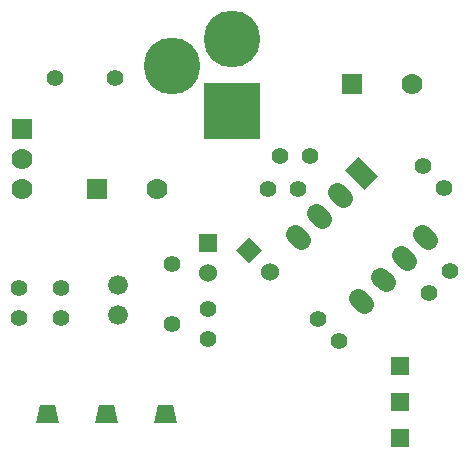
<source format=gbs>
G04 (created by PCBNEW (2013-07-07 BZR 4022)-stable) date 12/07/2014 15:53:44*
%MOIN*%
G04 Gerber Fmt 3.4, Leading zero omitted, Abs format*
%FSLAX34Y34*%
G01*
G70*
G90*
G04 APERTURE LIST*
%ADD10C,0.00590551*%
%ADD11C,0.07*%
%ADD12R,0.07X0.07*%
%ADD13C,0.055*%
%ADD14R,0.06X0.06*%
%ADD15C,0.066*%
%ADD16C,0.189*%
%ADD17R,0.189X0.189*%
%ADD18C,0.062*%
%ADD19C,0.06*%
G04 APERTURE END LIST*
G54D10*
G54D11*
X48600Y-32700D03*
X48600Y-31700D03*
G54D12*
X48600Y-30700D03*
G54D13*
X54800Y-36700D03*
X54800Y-37700D03*
X61946Y-31946D03*
X62653Y-32653D03*
X58446Y-37046D03*
X59153Y-37753D03*
X58200Y-31600D03*
X57200Y-31600D03*
X56800Y-32700D03*
X57800Y-32700D03*
X48500Y-36000D03*
X48500Y-37000D03*
X49900Y-36000D03*
X49900Y-37000D03*
G54D14*
X61200Y-38600D03*
X61200Y-39800D03*
X61200Y-41000D03*
G54D15*
X51800Y-35900D03*
X51800Y-36900D03*
G54D16*
X55600Y-27700D03*
G54D17*
X55600Y-30100D03*
G54D16*
X53600Y-28600D03*
G54D10*
G36*
X59801Y-31641D02*
X60437Y-32277D01*
X59998Y-32716D01*
X59362Y-32079D01*
X59801Y-31641D01*
X59801Y-31641D01*
G37*
G54D18*
X59291Y-32984D02*
X59093Y-32786D01*
X58584Y-33691D02*
X58386Y-33493D01*
X57877Y-34398D02*
X57679Y-34201D01*
X59998Y-36520D02*
X59801Y-36322D01*
X60706Y-35813D02*
X60508Y-35615D01*
X61413Y-35106D02*
X61215Y-34908D01*
X62120Y-34398D02*
X61922Y-34201D01*
G54D12*
X51100Y-32700D03*
G54D11*
X53100Y-32700D03*
G54D12*
X59600Y-29200D03*
G54D11*
X61600Y-29200D03*
G54D13*
X51700Y-29000D03*
X49700Y-29000D03*
X53600Y-35200D03*
X53600Y-37200D03*
X62146Y-36153D03*
X62853Y-35446D03*
G54D10*
G36*
X51025Y-40495D02*
X51144Y-39904D01*
X51655Y-39904D01*
X51774Y-40495D01*
X51025Y-40495D01*
X51025Y-40495D01*
G37*
G36*
X52994Y-40495D02*
X53112Y-39904D01*
X53624Y-39904D01*
X53742Y-40495D01*
X52994Y-40495D01*
X52994Y-40495D01*
G37*
G36*
X49057Y-40495D02*
X49175Y-39904D01*
X49687Y-39904D01*
X49805Y-40495D01*
X49057Y-40495D01*
X49057Y-40495D01*
G37*
G36*
X55722Y-34746D02*
X56146Y-34322D01*
X56570Y-34746D01*
X56146Y-35170D01*
X55722Y-34746D01*
X55722Y-34746D01*
G37*
G54D19*
X56853Y-35453D03*
G54D14*
X54800Y-34500D03*
G54D19*
X54800Y-35500D03*
M02*

</source>
